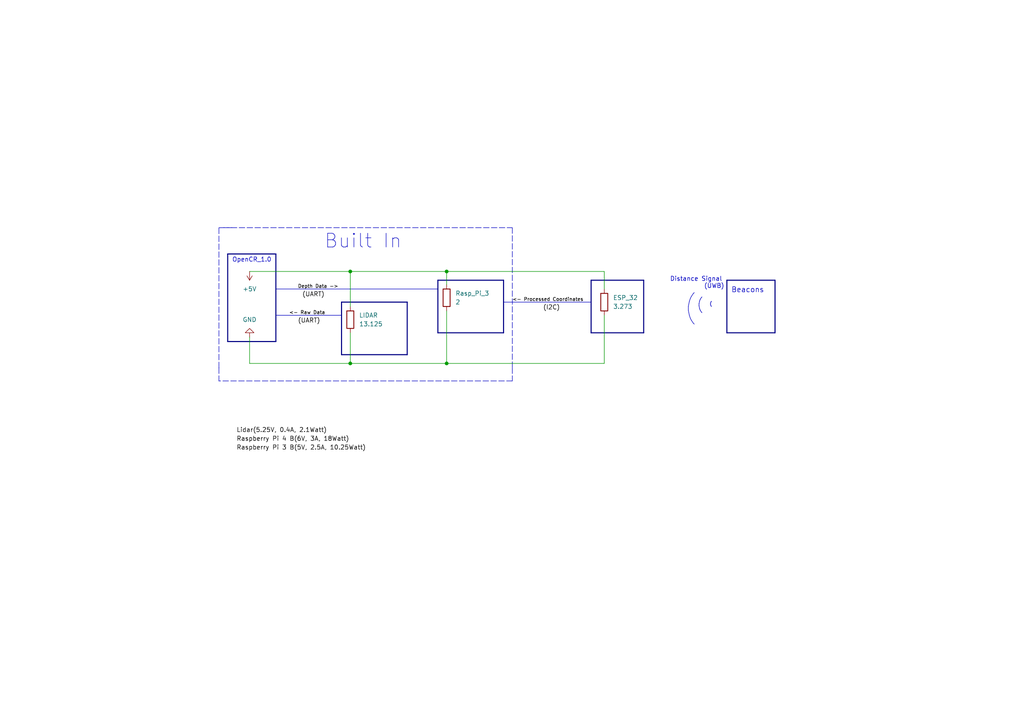
<source format=kicad_sch>
(kicad_sch (version 20211123) (generator eeschema)

  (uuid 921d9e44-8c5d-4fb9-9a13-bc1a6ef146ad)

  (paper "A4")

  (lib_symbols
    (symbol "Device:R" (pin_numbers hide) (pin_names (offset 0)) (in_bom yes) (on_board yes)
      (property "Reference" "R" (id 0) (at 2.032 0 90)
        (effects (font (size 1.27 1.27)))
      )
      (property "Value" "R" (id 1) (at 0 0 90)
        (effects (font (size 1.27 1.27)))
      )
      (property "Footprint" "" (id 2) (at -1.778 0 90)
        (effects (font (size 1.27 1.27)) hide)
      )
      (property "Datasheet" "~" (id 3) (at 0 0 0)
        (effects (font (size 1.27 1.27)) hide)
      )
      (property "ki_keywords" "R res resistor" (id 4) (at 0 0 0)
        (effects (font (size 1.27 1.27)) hide)
      )
      (property "ki_description" "Resistor" (id 5) (at 0 0 0)
        (effects (font (size 1.27 1.27)) hide)
      )
      (property "ki_fp_filters" "R_*" (id 6) (at 0 0 0)
        (effects (font (size 1.27 1.27)) hide)
      )
      (symbol "R_0_1"
        (rectangle (start -1.016 -2.54) (end 1.016 2.54)
          (stroke (width 0.254) (type default) (color 0 0 0 0))
          (fill (type none))
        )
      )
      (symbol "R_1_1"
        (pin passive line (at 0 3.81 270) (length 1.27)
          (name "~" (effects (font (size 1.27 1.27))))
          (number "1" (effects (font (size 1.27 1.27))))
        )
        (pin passive line (at 0 -3.81 90) (length 1.27)
          (name "~" (effects (font (size 1.27 1.27))))
          (number "2" (effects (font (size 1.27 1.27))))
        )
      )
    )
    (symbol "power:+5V" (power) (pin_names (offset 0)) (in_bom yes) (on_board yes)
      (property "Reference" "#PWR" (id 0) (at 0 -3.81 0)
        (effects (font (size 1.27 1.27)) hide)
      )
      (property "Value" "+5V" (id 1) (at 0 3.556 0)
        (effects (font (size 1.27 1.27)))
      )
      (property "Footprint" "" (id 2) (at 0 0 0)
        (effects (font (size 1.27 1.27)) hide)
      )
      (property "Datasheet" "" (id 3) (at 0 0 0)
        (effects (font (size 1.27 1.27)) hide)
      )
      (property "ki_keywords" "power-flag" (id 4) (at 0 0 0)
        (effects (font (size 1.27 1.27)) hide)
      )
      (property "ki_description" "Power symbol creates a global label with name \"+5V\"" (id 5) (at 0 0 0)
        (effects (font (size 1.27 1.27)) hide)
      )
      (symbol "+5V_0_1"
        (polyline
          (pts
            (xy -0.762 1.27)
            (xy 0 2.54)
          )
          (stroke (width 0) (type default) (color 0 0 0 0))
          (fill (type none))
        )
        (polyline
          (pts
            (xy 0 0)
            (xy 0 2.54)
          )
          (stroke (width 0) (type default) (color 0 0 0 0))
          (fill (type none))
        )
        (polyline
          (pts
            (xy 0 2.54)
            (xy 0.762 1.27)
          )
          (stroke (width 0) (type default) (color 0 0 0 0))
          (fill (type none))
        )
      )
      (symbol "+5V_1_1"
        (pin power_in line (at 0 0 90) (length 0) hide
          (name "+5V" (effects (font (size 1.27 1.27))))
          (number "1" (effects (font (size 1.27 1.27))))
        )
      )
    )
    (symbol "power:GND" (power) (pin_names (offset 0)) (in_bom yes) (on_board yes)
      (property "Reference" "#PWR" (id 0) (at 0 -6.35 0)
        (effects (font (size 1.27 1.27)) hide)
      )
      (property "Value" "GND" (id 1) (at 0 -3.81 0)
        (effects (font (size 1.27 1.27)))
      )
      (property "Footprint" "" (id 2) (at 0 0 0)
        (effects (font (size 1.27 1.27)) hide)
      )
      (property "Datasheet" "" (id 3) (at 0 0 0)
        (effects (font (size 1.27 1.27)) hide)
      )
      (property "ki_keywords" "power-flag" (id 4) (at 0 0 0)
        (effects (font (size 1.27 1.27)) hide)
      )
      (property "ki_description" "Power symbol creates a global label with name \"GND\" , ground" (id 5) (at 0 0 0)
        (effects (font (size 1.27 1.27)) hide)
      )
      (symbol "GND_0_1"
        (polyline
          (pts
            (xy 0 0)
            (xy 0 -1.27)
            (xy 1.27 -1.27)
            (xy 0 -2.54)
            (xy -1.27 -1.27)
            (xy 0 -1.27)
          )
          (stroke (width 0) (type default) (color 0 0 0 0))
          (fill (type none))
        )
      )
      (symbol "GND_1_1"
        (pin power_in line (at 0 0 270) (length 0) hide
          (name "GND" (effects (font (size 1.27 1.27))))
          (number "1" (effects (font (size 1.27 1.27))))
        )
      )
    )
  )

  (junction (at 129.54 78.74) (diameter 0) (color 0 0 0 0)
    (uuid 15c31c9b-dfd4-432e-a696-bd9224369164)
  )
  (junction (at 129.54 105.41) (diameter 0) (color 0 0 0 0)
    (uuid 75d6c3f6-e3f2-4c26-8eb3-98192163b186)
  )
  (junction (at 101.6 105.41) (diameter 0) (color 0 0 0 0)
    (uuid 77125764-407b-4b2b-ace4-60bfd1fc7ad5)
  )
  (junction (at 101.6 78.74) (diameter 0) (color 0 0 0 0)
    (uuid a727669c-bea6-4479-a3cb-97e86bad6e83)
  )

  (bus (pts (xy 66.04 99.06) (xy 80.01 99.06))
    (stroke (width 0) (type default) (color 0 0 0 0))
    (uuid 03180bd7-2100-48a1-9d8f-b2555bcf9bfb)
  )
  (bus (pts (xy 80.01 73.66) (xy 80.01 99.06))
    (stroke (width 0) (type default) (color 0 0 0 0))
    (uuid 0966380d-c8f2-4743-a4bf-82d0c3d09884)
  )

  (wire (pts (xy 72.39 78.74) (xy 101.6 78.74))
    (stroke (width 0) (type default) (color 0 0 0 0))
    (uuid 145be0c8-d7dc-4324-81c6-203591e1e721)
  )
  (bus (pts (xy 171.45 96.52) (xy 186.69 96.52))
    (stroke (width 0) (type default) (color 0 0 0 0))
    (uuid 166e9749-e5e4-4b3b-b827-a73eda942366)
  )

  (polyline (pts (xy 63.5 106.68) (xy 63.5 110.49))
    (stroke (width 0) (type default) (color 0 0 0 0))
    (uuid 27b9c356-0ac5-417a-872e-caa3ae43cb14)
  )

  (wire (pts (xy 175.26 78.74) (xy 175.26 83.82))
    (stroke (width 0) (type default) (color 0 0 0 0))
    (uuid 2aa3d00e-78c3-4c6f-aebe-8c3f29ceacd8)
  )
  (wire (pts (xy 101.6 96.52) (xy 101.6 105.41))
    (stroke (width 0) (type default) (color 0 0 0 0))
    (uuid 2f11fb0f-e849-455f-9bd5-e2f9e2323406)
  )
  (wire (pts (xy 101.6 105.41) (xy 129.54 105.41))
    (stroke (width 0) (type default) (color 0 0 0 0))
    (uuid 32538c04-278a-48e9-91e8-95f513c3b16b)
  )
  (polyline (pts (xy 80.01 83.82) (xy 127 83.82))
    (stroke (width 0) (type solid) (color 0 0 0 0))
    (uuid 3a34c2b2-c6f1-4988-8ca7-4fdf873bdb6a)
  )

  (wire (pts (xy 129.54 105.41) (xy 175.26 105.41))
    (stroke (width 0) (type default) (color 0 0 0 0))
    (uuid 3b6e7912-069c-4a87-96e5-27df631938ec)
  )
  (bus (pts (xy 127 81.28) (xy 127 96.52))
    (stroke (width 0) (type default) (color 0 0 0 0))
    (uuid 41b533be-9dc8-4939-a3bd-d38e0a90d6e2)
  )

  (polyline (pts (xy 90.17 91.44) (xy 99.06 91.44))
    (stroke (width 0) (type solid) (color 0 0 0 0))
    (uuid 45ab17d3-702a-4cd4-8cdc-4161a4ae9dff)
  )

  (bus (pts (xy 99.06 87.63) (xy 99.06 102.87))
    (stroke (width 0) (type default) (color 0 0 0 0))
    (uuid 460ed31a-c522-4473-ab71-0eeef8137a21)
  )
  (bus (pts (xy 99.06 102.87) (xy 118.11 102.87))
    (stroke (width 0) (type default) (color 0 0 0 0))
    (uuid 503c5c5c-be31-4772-a4f6-e90a1488884d)
  )
  (bus (pts (xy 80.01 73.66) (xy 66.04 73.66))
    (stroke (width 0) (type default) (color 0 0 0 0))
    (uuid 5e96b7e8-6f02-49bc-81c7-90b0bbdd5699)
  )

  (wire (pts (xy 129.54 90.17) (xy 129.54 105.41))
    (stroke (width 0) (type default) (color 0 0 0 0))
    (uuid 63cb3b5a-d101-41eb-b21b-531d6e9dab64)
  )
  (bus (pts (xy 99.06 87.63) (xy 118.11 87.63))
    (stroke (width 0) (type default) (color 0 0 0 0))
    (uuid 675bb013-122c-4e28-9aae-198ccaac9d61)
  )

  (wire (pts (xy 101.6 78.74) (xy 129.54 78.74))
    (stroke (width 0) (type default) (color 0 0 0 0))
    (uuid 6a5ff08c-041b-445b-9f2b-fc7f59f93bca)
  )
  (wire (pts (xy 72.39 105.41) (xy 101.6 105.41))
    (stroke (width 0) (type default) (color 0 0 0 0))
    (uuid 6f8237c3-d682-47f5-a124-37227566aa75)
  )
  (wire (pts (xy 129.54 78.74) (xy 175.26 78.74))
    (stroke (width 0) (type default) (color 0 0 0 0))
    (uuid 72303cc7-d766-4b0b-9091-1686ea021cc4)
  )
  (wire (pts (xy 129.54 78.74) (xy 129.54 82.55))
    (stroke (width 0) (type default) (color 0 0 0 0))
    (uuid 72d4b816-b438-46c3-9f7a-d631a81eb470)
  )
  (bus (pts (xy 224.79 96.52) (xy 224.79 81.28))
    (stroke (width 0) (type default) (color 0 0 0 0))
    (uuid 730b7856-a773-419b-8082-8b4b987c7217)
  )

  (wire (pts (xy 101.6 78.74) (xy 101.6 88.9))
    (stroke (width 0) (type default) (color 0 0 0 0))
    (uuid 78e945d7-2d50-4f3c-ba87-9817204c422f)
  )
  (bus (pts (xy 66.04 73.66) (xy 66.04 99.06))
    (stroke (width 0) (type default) (color 0 0 0 0))
    (uuid 83c360cd-a473-49bd-920c-b30b5aafbdff)
  )

  (wire (pts (xy 72.39 97.79) (xy 72.39 105.41))
    (stroke (width 0) (type default) (color 0 0 0 0))
    (uuid 87223ec9-a0c3-43cc-8cc7-3034c9a03f18)
  )
  (bus (pts (xy 127 81.28) (xy 146.05 81.28))
    (stroke (width 0) (type default) (color 0 0 0 0))
    (uuid 8c73531a-6943-46d3-958f-5a9c2fddcae5)
  )

  (polyline (pts (xy 63.5 106.68) (xy 63.5 66.04))
    (stroke (width 0) (type default) (color 0 0 0 0))
    (uuid 9ae8daaa-c39f-42b2-bebb-b92374937634)
  )
  (polyline (pts (xy 63.5 66.04) (xy 67.31 66.04))
    (stroke (width 0) (type default) (color 0 0 0 0))
    (uuid 9cd29a18-c948-4157-92c4-501ec27a3d72)
  )
  (polyline (pts (xy 148.59 66.04) (xy 148.59 106.68))
    (stroke (width 0) (type default) (color 0 0 0 0))
    (uuid a1893c40-d1a1-4377-b31d-fe8be55cfa73)
  )
  (polyline (pts (xy 148.59 110.49) (xy 63.5 110.49))
    (stroke (width 0) (type default) (color 0 0 0 0))
    (uuid a8774c9f-6118-453d-926e-c8faeac11147)
  )

  (bus (pts (xy 210.82 81.28) (xy 210.82 96.52))
    (stroke (width 0) (type default) (color 0 0 0 0))
    (uuid ae9667f5-8dd8-49a8-8839-9b2aa7c14c69)
  )
  (bus (pts (xy 210.82 81.28) (xy 224.79 81.28))
    (stroke (width 0) (type default) (color 0 0 0 0))
    (uuid b5a7bd18-2cf3-4eda-acb2-c5080212c0b3)
  )

  (polyline (pts (xy 64.77 66.04) (xy 148.59 66.04))
    (stroke (width 0) (type default) (color 0 0 0 0))
    (uuid b7ed55cf-a3e8-4e98-b663-a3efa26bf6e6)
  )

  (bus (pts (xy 118.11 102.87) (xy 118.11 87.63))
    (stroke (width 0) (type default) (color 0 0 0 0))
    (uuid b87118b0-2ed2-4c58-b702-002decc9ed93)
  )

  (polyline (pts (xy 146.05 87.63) (xy 171.45 87.63))
    (stroke (width 0) (type solid) (color 0 0 0 0))
    (uuid ba6076fe-490b-4c54-8047-c9a9faaa42f4)
  )

  (bus (pts (xy 210.82 96.52) (xy 224.79 96.52))
    (stroke (width 0) (type default) (color 0 0 0 0))
    (uuid c24cb16d-e821-47b9-93e4-292845bbc182)
  )
  (bus (pts (xy 171.45 81.28) (xy 186.69 81.28))
    (stroke (width 0) (type default) (color 0 0 0 0))
    (uuid ced7693d-fe26-47fd-8044-8d5a01338a97)
  )
  (bus (pts (xy 171.45 81.28) (xy 171.45 96.52))
    (stroke (width 0) (type default) (color 0 0 0 0))
    (uuid d28f9f12-9e67-4e70-8143-148512c7ad59)
  )
  (bus (pts (xy 127 96.52) (xy 146.05 96.52))
    (stroke (width 0) (type default) (color 0 0 0 0))
    (uuid e239d55e-006a-48f8-abdf-6165f37841dd)
  )

  (wire (pts (xy 175.26 91.44) (xy 175.26 105.41))
    (stroke (width 0) (type default) (color 0 0 0 0))
    (uuid e24ccdbc-ab43-4913-b2a4-a2c8cb9ae8ba)
  )
  (polyline (pts (xy 80.01 91.44) (xy 90.17 91.44))
    (stroke (width 0) (type solid) (color 0 0 0 0))
    (uuid e3b6e21e-1f2a-474f-b2bf-efc29d9b8819)
  )

  (bus (pts (xy 146.05 96.52) (xy 146.05 81.28))
    (stroke (width 0) (type default) (color 0 0 0 0))
    (uuid e7cf4e36-aefb-487c-8109-99051d3dbc39)
  )

  (polyline (pts (xy 148.59 106.68) (xy 148.59 110.49))
    (stroke (width 0) (type default) (color 0 0 0 0))
    (uuid ea8ce048-c1bb-4da0-842b-b3e32281540c)
  )

  (bus (pts (xy 186.69 96.52) (xy 186.69 81.28))
    (stroke (width 0) (type default) (color 0 0 0 0))
    (uuid f9ee7a34-2526-4f2b-8bf4-daf21b8baecb)
  )

  (text "Built In\n" (at 93.98 72.39 0)
    (effects (font (size 4 4)) (justify left bottom))
    (uuid 2add784b-f9a4-4159-86d9-64432f03b80a)
  )
  (text "Distance Signal\n		(UWB)" (at 194.31 83.82 0)
    (effects (font (size 1.27 1.27)) (justify left bottom))
    (uuid 341ee7aa-0aab-4c7e-8945-25c96c254ad6)
  )
  (text "Beacons" (at 212.09 85.09 0)
    (effects (font (size 1.5 1.5)) (justify left bottom))
    (uuid 6dfbbdae-a754-41b7-bda4-a9393a4a92ae)
  )
  (text "(\n" (at 198.12 92.71 0)
    (effects (font (size 6 6)) (justify left bottom))
    (uuid 7d11d8c5-53cc-4894-923b-b3d6338d5fca)
  )
  (text "OpenCR_1.0\n" (at 67.31 76.2 0)
    (effects (font (size 1.27 1.27)) (justify left bottom))
    (uuid 87a464a3-f9de-4a63-85bc-e775d50f83df)
  )
  (text "(" (at 201.93 90.17 0)
    (effects (font (size 3 3)) (justify left bottom))
    (uuid c7eb7635-2807-415e-a582-98616d335295)
  )
  (text "(\n" (at 205.74 88.9 0)
    (effects (font (size 1 1)) (justify left bottom))
    (uuid e558d5d9-d531-48a8-b4f2-7467191e42e2)
  )

  (label "<- Processed Coordinates" (at 148.59 87.63 0)
    (effects (font (size 1 1)) (justify left bottom))
    (uuid 23d8ad50-47ab-43a7-8a34-f441bb646267)
  )
  (label "Depth Data ->" (at 86.36 83.82 0)
    (effects (font (size 1 1)) (justify left bottom))
    (uuid 3de47c38-7ebe-4e1d-8615-5ed639a32240)
  )
  (label "(I2C)" (at 157.48 90.17 0)
    (effects (font (size 1.27 1.27)) (justify left bottom))
    (uuid 456d7c39-82af-494f-89a8-ca8ccaa65ca5)
  )
  (label "Lidar(5.25V, 0.4A, 2.1Watt)" (at 68.58 125.73 0)
    (effects (font (size 1.27 1.27)) (justify left bottom))
    (uuid 5767fd24-4c9b-468d-aa23-364efef88f07)
  )
  (label "<- Raw Data" (at 83.82 91.44 0)
    (effects (font (size 1 1)) (justify left bottom))
    (uuid 5de378f9-8693-4df4-a833-c3abc951be25)
  )
  (label "(UART)" (at 86.36 93.98 0)
    (effects (font (size 1.27 1.27)) (justify left bottom))
    (uuid 605b1a63-844a-4aa6-a3c5-5ce6c5d94611)
  )
  (label "Raspberry Pi 4 B(6V, 3A, 18Watt)" (at 68.58 128.27 0)
    (effects (font (size 1.27 1.27)) (justify left bottom))
    (uuid 66075161-c73d-40b3-9944-1163ef93232d)
  )
  (label "(UART)" (at 87.63 86.36 0)
    (effects (font (size 1.27 1.27)) (justify left bottom))
    (uuid 8c374a55-2343-4c82-a9db-4586c26e414b)
  )
  (label "Raspberry Pi 3 B(5V, 2.5A, 10.25Watt)" (at 68.58 130.81 0)
    (effects (font (size 1.27 1.27)) (justify left bottom))
    (uuid d36f9a71-6769-4b80-908b-e34a16e2c02f)
  )

  (symbol (lib_id "power:GND") (at 72.39 97.79 180) (unit 1)
    (in_bom yes) (on_board yes) (fields_autoplaced)
    (uuid 30a2145a-c0dd-46c8-9b0c-e4ed284540a3)
    (property "Reference" "#PWR?" (id 0) (at 72.39 91.44 0)
      (effects (font (size 1.27 1.27)) hide)
    )
    (property "Value" "GND" (id 1) (at 72.39 92.71 0))
    (property "Footprint" "" (id 2) (at 72.39 97.79 0)
      (effects (font (size 1.27 1.27)) hide)
    )
    (property "Datasheet" "" (id 3) (at 72.39 97.79 0)
      (effects (font (size 1.27 1.27)) hide)
    )
    (pin "1" (uuid 4ff5aef5-7d5d-447b-8455-3db78e780b24))
  )

  (symbol (lib_id "Device:R") (at 129.54 86.36 0) (unit 1)
    (in_bom yes) (on_board yes) (fields_autoplaced)
    (uuid 7b590a38-18e7-4fb0-ba3f-279b6182bc1d)
    (property "Reference" "Rasp_Pi_3" (id 0) (at 132.08 85.0899 0)
      (effects (font (size 1.27 1.27)) (justify left))
    )
    (property "Value" "2" (id 1) (at 132.08 87.6299 0)
      (effects (font (size 1.27 1.27)) (justify left))
    )
    (property "Footprint" "" (id 2) (at 127.762 86.36 90)
      (effects (font (size 1.27 1.27)) hide)
    )
    (property "Datasheet" "~" (id 3) (at 129.54 86.36 0)
      (effects (font (size 1.27 1.27)) hide)
    )
    (pin "1" (uuid 2a80a785-25f1-4174-b0e3-4f918a1feb73))
    (pin "2" (uuid a2df7ad9-d6c7-469a-a6eb-b3586c333553))
  )

  (symbol (lib_id "power:+5V") (at 72.39 78.74 180) (unit 1)
    (in_bom yes) (on_board yes) (fields_autoplaced)
    (uuid 93326ba3-9be7-48ce-8304-817d59e070b2)
    (property "Reference" "#PWR?" (id 0) (at 72.39 74.93 0)
      (effects (font (size 1.27 1.27)) hide)
    )
    (property "Value" "+5V" (id 1) (at 72.39 83.82 0))
    (property "Footprint" "" (id 2) (at 72.39 78.74 0)
      (effects (font (size 1.27 1.27)) hide)
    )
    (property "Datasheet" "" (id 3) (at 72.39 78.74 0)
      (effects (font (size 1.27 1.27)) hide)
    )
    (pin "1" (uuid 015ba6aa-6583-478c-848f-a928831b8a19))
  )

  (symbol (lib_id "Device:R") (at 175.26 87.63 0) (unit 1)
    (in_bom yes) (on_board yes) (fields_autoplaced)
    (uuid a2d1c515-3f1a-4d6b-b535-8764f892e5aa)
    (property "Reference" "ESP_32" (id 0) (at 177.8 86.3599 0)
      (effects (font (size 1.27 1.27)) (justify left))
    )
    (property "Value" "3.273" (id 1) (at 177.8 88.8999 0)
      (effects (font (size 1.27 1.27)) (justify left))
    )
    (property "Footprint" "" (id 2) (at 173.482 87.63 90)
      (effects (font (size 1.27 1.27)) hide)
    )
    (property "Datasheet" "~" (id 3) (at 175.26 87.63 0)
      (effects (font (size 1.27 1.27)) hide)
    )
    (pin "1" (uuid f9ce3e4b-79c6-4b98-a8b1-420440122785))
    (pin "2" (uuid 751fcb23-150f-485d-a45f-1211aeb31681))
  )

  (symbol (lib_id "Device:R") (at 101.6 92.71 0) (unit 1)
    (in_bom yes) (on_board yes) (fields_autoplaced)
    (uuid b070ceb6-2a47-4612-9d1d-c8283a62000f)
    (property "Reference" "LIDAR" (id 0) (at 104.14 91.4399 0)
      (effects (font (size 1.27 1.27)) (justify left))
    )
    (property "Value" "13.125" (id 1) (at 104.14 93.9799 0)
      (effects (font (size 1.27 1.27)) (justify left))
    )
    (property "Footprint" "" (id 2) (at 99.822 92.71 90)
      (effects (font (size 1.27 1.27)) hide)
    )
    (property "Datasheet" "~" (id 3) (at 101.6 92.71 0)
      (effects (font (size 1.27 1.27)) hide)
    )
    (pin "1" (uuid 21ba9f19-b063-4d25-aaff-aadd0984a3f7))
    (pin "2" (uuid 7d0508c9-2efa-48e5-9385-68acc9724272))
  )

  (sheet_instances
    (path "/" (page "1"))
  )

  (symbol_instances
    (path "/30a2145a-c0dd-46c8-9b0c-e4ed284540a3"
      (reference "#PWR?") (unit 1) (value "GND") (footprint "")
    )
    (path "/93326ba3-9be7-48ce-8304-817d59e070b2"
      (reference "#PWR?") (unit 1) (value "+5V") (footprint "")
    )
    (path "/a2d1c515-3f1a-4d6b-b535-8764f892e5aa"
      (reference "ESP_32") (unit 1) (value "3.273") (footprint "")
    )
    (path "/b070ceb6-2a47-4612-9d1d-c8283a62000f"
      (reference "LIDAR") (unit 1) (value "13.125") (footprint "")
    )
    (path "/7b590a38-18e7-4fb0-ba3f-279b6182bc1d"
      (reference "Rasp_Pi_3") (unit 1) (value "2") (footprint "")
    )
  )
)

</source>
